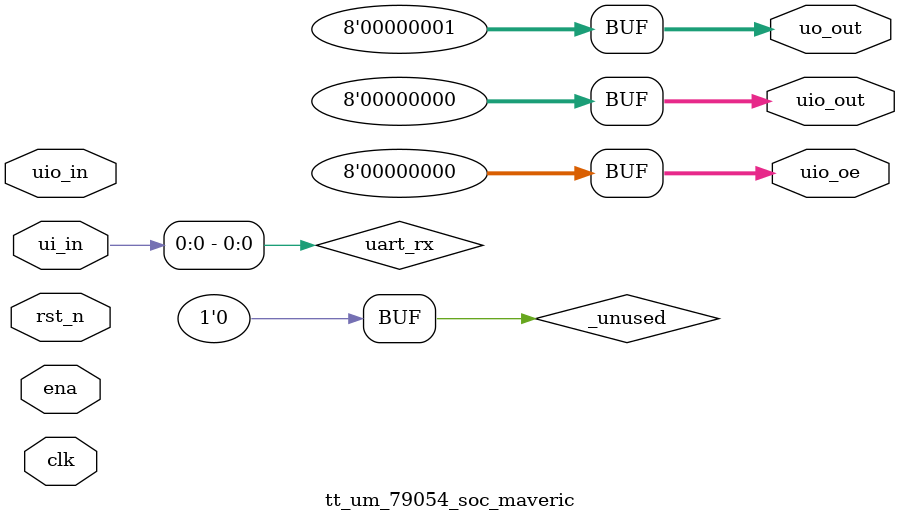
<source format=sv>
/*
 * Copyright (c) 2024 Your Name
 * SPDX-License-Identifier: Apache-2.0
 */

`default_nettype none

module tt_um_79054_soc_maveric (
    input  wire [7:0] ui_in,    // Dedicated inputs
    output wire [7:0] uo_out,   // Dedicated outputs
    input  wire [7:0] uio_in,   // IOs: Input path
    output wire [7:0] uio_out,  // IOs: Output path
    output wire [7:0] uio_oe,   // IOs: Enable path (active high: 0=input, 1=output)
    input  wire       ena,      // always 1 when the design is powered, so you can ignore it
    input  wire       clk,      // clock
    input  wire       rst_n     // reset_n - low to reset
);
  /* verilator lint_off UNUSED */
  wire uart_rx;
  wire uart_tx;


  // All output pins must be assigned. If not used, assign to 0.
  assign uo_out[0] = 1'b1;
  assign uo_out[7:1] = 7'b0;
  assign uart_rx = ui_in[0];

  assign uio_out = 8'b0;
  assign uio_oe  = 8'b0;
  wire reset;
  
  assign reset = ~rst_n;

  // List all unused inputs to prevent warnings
  wire _unused = &{ena, 1'b0, ui_in[7:1], uio_in, uart_rx};



  soc SOC_TOP (
    .clock   (clk),
    .reset   (reset)
    // .uart_rx (uart_rx),
    // .uart_tx (uart_tx)
  );
  
  /* verilator lint_on UNUSED */


endmodule

</source>
